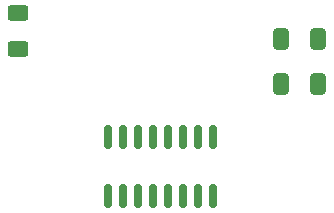
<source format=gtp>
G04 #@! TF.GenerationSoftware,KiCad,Pcbnew,8.0.1*
G04 #@! TF.CreationDate,2024-11-04T22:09:55+13:00*
G04 #@! TF.ProjectId,morse_code_keyboard,6d6f7273-655f-4636-9f64-655f6b657962,rev?*
G04 #@! TF.SameCoordinates,Original*
G04 #@! TF.FileFunction,Paste,Top*
G04 #@! TF.FilePolarity,Positive*
%FSLAX46Y46*%
G04 Gerber Fmt 4.6, Leading zero omitted, Abs format (unit mm)*
G04 Created by KiCad (PCBNEW 8.0.1) date 2024-11-04 22:09:55*
%MOMM*%
%LPD*%
G01*
G04 APERTURE LIST*
G04 Aperture macros list*
%AMRoundRect*
0 Rectangle with rounded corners*
0 $1 Rounding radius*
0 $2 $3 $4 $5 $6 $7 $8 $9 X,Y pos of 4 corners*
0 Add a 4 corners polygon primitive as box body*
4,1,4,$2,$3,$4,$5,$6,$7,$8,$9,$2,$3,0*
0 Add four circle primitives for the rounded corners*
1,1,$1+$1,$2,$3*
1,1,$1+$1,$4,$5*
1,1,$1+$1,$6,$7*
1,1,$1+$1,$8,$9*
0 Add four rect primitives between the rounded corners*
20,1,$1+$1,$2,$3,$4,$5,0*
20,1,$1+$1,$4,$5,$6,$7,0*
20,1,$1+$1,$6,$7,$8,$9,0*
20,1,$1+$1,$8,$9,$2,$3,0*%
G04 Aperture macros list end*
%ADD10RoundRect,0.150000X0.150000X-0.850000X0.150000X0.850000X-0.150000X0.850000X-0.150000X-0.850000X0*%
%ADD11RoundRect,0.250000X-0.625000X0.400000X-0.625000X-0.400000X0.625000X-0.400000X0.625000X0.400000X0*%
%ADD12RoundRect,0.250000X-0.412500X-0.650000X0.412500X-0.650000X0.412500X0.650000X-0.412500X0.650000X0*%
G04 APERTURE END LIST*
D10*
X137160000Y-101600000D03*
X138430000Y-101600000D03*
X139700000Y-101600000D03*
X140970000Y-101600000D03*
X142240000Y-101600000D03*
X143510000Y-101600000D03*
X144780000Y-101600000D03*
X146050000Y-101600000D03*
X146050000Y-96600000D03*
X144780000Y-96600000D03*
X143510000Y-96600000D03*
X142240000Y-96600000D03*
X140970000Y-96600000D03*
X139700000Y-96600000D03*
X138430000Y-96600000D03*
X137160000Y-96600000D03*
D11*
X129540000Y-86080000D03*
X129540000Y-89180000D03*
D12*
X151815000Y-92075000D03*
X154940000Y-92075000D03*
X151815000Y-88265000D03*
X154940000Y-88265000D03*
M02*

</source>
